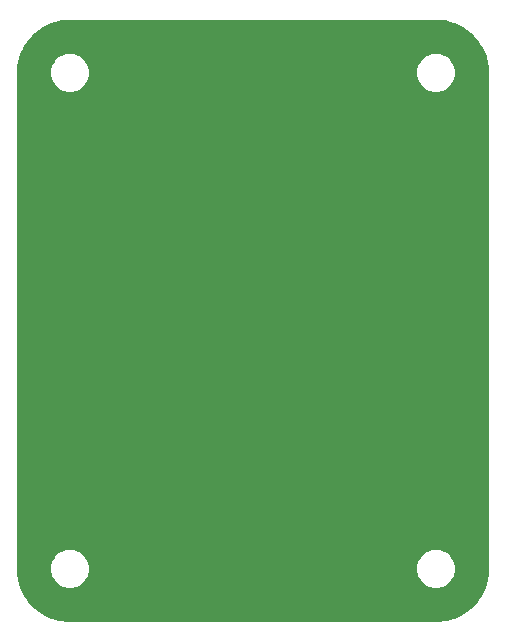
<source format=gbr>
G04 #@! TF.GenerationSoftware,KiCad,Pcbnew,(6.0.4)*
G04 #@! TF.CreationDate,2022-07-08T01:04:45-04:00*
G04 #@! TF.ProjectId,power_divider,706f7765-725f-4646-9976-696465722e6b,Version 2*
G04 #@! TF.SameCoordinates,Original*
G04 #@! TF.FileFunction,Copper,L3,Inr*
G04 #@! TF.FilePolarity,Positive*
%FSLAX46Y46*%
G04 Gerber Fmt 4.6, Leading zero omitted, Abs format (unit mm)*
G04 Created by KiCad (PCBNEW (6.0.4)) date 2022-07-08 01:04:45*
%MOMM*%
%LPD*%
G01*
G04 APERTURE LIST*
G04 #@! TA.AperFunction,ViaPad*
%ADD10C,0.800000*%
G04 #@! TD*
G04 APERTURE END LIST*
D10*
G04 #@! TO.N,GND*
X135992859Y-65997532D03*
X128990392Y-70999294D03*
X128988982Y-87988982D03*
X149985698Y-83991097D03*
X149999999Y-91993829D03*
X145994601Y-81995548D03*
X132715000Y-79121000D03*
X147999294Y-91993829D03*
X120991318Y-81986866D03*
X137994359Y-75993124D03*
X137993564Y-63996827D03*
X145994601Y-77981247D03*
X129990744Y-63996827D03*
X149998589Y-73999294D03*
X149997795Y-63996827D03*
X130991097Y-70999294D03*
X116984751Y-81986866D03*
X141984661Y-64007140D03*
X126999999Y-72999999D03*
X129000000Y-86000000D03*
X133985588Y-87988982D03*
X131991449Y-65997532D03*
X129990744Y-67998237D03*
X120991318Y-79991318D03*
X137993564Y-65997532D03*
X137994359Y-73999294D03*
X133992154Y-65997532D03*
X145997179Y-71998589D03*
X140000000Y-70000000D03*
X153993124Y-73999294D03*
X126999999Y-68998589D03*
X130999999Y-87988982D03*
X143995679Y-61996122D03*
X150000000Y-90000000D03*
X154000000Y-80000000D03*
X135993654Y-73999294D03*
X126993433Y-81986866D03*
X144000000Y-70000000D03*
X147990150Y-79999999D03*
X149998589Y-71998589D03*
X143999053Y-77981247D03*
X137995769Y-89993124D03*
X118995769Y-85993433D03*
X124997884Y-83997884D03*
X153976795Y-77981247D03*
X133994359Y-89993124D03*
X153999205Y-61996122D03*
X141980300Y-81995548D03*
X133994359Y-91993829D03*
X151981247Y-79999999D03*
X139996474Y-91993829D03*
X151993829Y-91993829D03*
X146000000Y-70000000D03*
X135993654Y-79999999D03*
X143999053Y-83991097D03*
X142009520Y-73999294D03*
X153993124Y-75993124D03*
X143996474Y-75993124D03*
X124999294Y-70999294D03*
X149998589Y-75993124D03*
X124997884Y-79991318D03*
X128990392Y-68998589D03*
X118997179Y-70999294D03*
X141980300Y-83991097D03*
X149985698Y-81995548D03*
X116984751Y-85993433D03*
X149985698Y-77981247D03*
X118995769Y-83997884D03*
X132715000Y-75819000D03*
X136000000Y-78000000D03*
X145994601Y-83991097D03*
X143999053Y-81995548D03*
X139984751Y-81995548D03*
X147990150Y-77981247D03*
X122986866Y-81986866D03*
X128988982Y-83997884D03*
X120991318Y-83997884D03*
X130999999Y-83997884D03*
X147997884Y-71998589D03*
X122986866Y-85993433D03*
X143995679Y-63996827D03*
X116984751Y-83997884D03*
X139984751Y-77981247D03*
X149997795Y-61996122D03*
X126993433Y-79991318D03*
X131991449Y-63996827D03*
X139984751Y-83991097D03*
X120997884Y-70999294D03*
X145996384Y-61996122D03*
X120997884Y-68998589D03*
X131064000Y-77470000D03*
X137995769Y-91993829D03*
X143996474Y-73999294D03*
X147997884Y-75993124D03*
X139995064Y-73999294D03*
X142000000Y-70000000D03*
X141995769Y-75993124D03*
X136000000Y-76000000D03*
X136986645Y-87988982D03*
X137989203Y-79999999D03*
X141980300Y-79999999D03*
X151981247Y-77981247D03*
X145997179Y-75993124D03*
X135995064Y-91993829D03*
X118997179Y-68998589D03*
X145997179Y-73999294D03*
X118995769Y-81986866D03*
X130996739Y-91993829D03*
X151999294Y-73999294D03*
X141995769Y-71998589D03*
X139984751Y-79999999D03*
X122998589Y-68998589D03*
X122986866Y-83997884D03*
X153994534Y-91993829D03*
X139995064Y-71998589D03*
X147990150Y-81995548D03*
X139994269Y-63996827D03*
X139996474Y-89993124D03*
X139995064Y-75993124D03*
X143999053Y-79999999D03*
X147997884Y-73999294D03*
X129002909Y-89986249D03*
X124997884Y-85993433D03*
X145994601Y-79999999D03*
X122998589Y-70999294D03*
X124999294Y-72999999D03*
X126999999Y-70999294D03*
X135000000Y-82000000D03*
X124997884Y-81986866D03*
X126993433Y-85993433D03*
X137989203Y-83991097D03*
X135992859Y-63996827D03*
X141997179Y-91993829D03*
X130996739Y-89993124D03*
X133992154Y-63996827D03*
X138000000Y-78000000D03*
X120991318Y-85993433D03*
X135995064Y-89993124D03*
X129990744Y-65997532D03*
X141980300Y-77981247D03*
X143996474Y-71998589D03*
X149998589Y-69997884D03*
X116996474Y-70999294D03*
X124999294Y-68998589D03*
X151999294Y-75993124D03*
X116996474Y-68998589D03*
X149985698Y-79999999D03*
X143997884Y-91993829D03*
X143997884Y-89993124D03*
X151998500Y-61996122D03*
X147997090Y-61996122D03*
X126993433Y-83997884D03*
X145998589Y-91993829D03*
G04 #@! TD*
G04 #@! TA.AperFunction,Conductor*
G04 #@! TO.N,GND*
G36*
X151002747Y-52500620D02*
G01*
X151194211Y-52508980D01*
X151194424Y-52508989D01*
X151392780Y-52518159D01*
X151403406Y-52519103D01*
X151600936Y-52545108D01*
X151601846Y-52545231D01*
X151793539Y-52571971D01*
X151803396Y-52573749D01*
X151998804Y-52617070D01*
X152000380Y-52617430D01*
X152066709Y-52633030D01*
X152187815Y-52661514D01*
X152196827Y-52663991D01*
X152388135Y-52724310D01*
X152390243Y-52724996D01*
X152451557Y-52745546D01*
X152572400Y-52786049D01*
X152580576Y-52789108D01*
X152766106Y-52865957D01*
X152768782Y-52867102D01*
X152944261Y-52944583D01*
X152951547Y-52948084D01*
X153129766Y-53040859D01*
X153132874Y-53042532D01*
X153300403Y-53135845D01*
X153306746Y-53139629D01*
X153476259Y-53247620D01*
X153479766Y-53249937D01*
X153637873Y-53358242D01*
X153637874Y-53358243D01*
X153643371Y-53362231D01*
X153802833Y-53484591D01*
X153806624Y-53487617D01*
X153954046Y-53610035D01*
X153958675Y-53614074D01*
X154106871Y-53749870D01*
X154110842Y-53753672D01*
X154246328Y-53889158D01*
X154250130Y-53893129D01*
X154385926Y-54041325D01*
X154389965Y-54045954D01*
X154512383Y-54193376D01*
X154515409Y-54197167D01*
X154637769Y-54356629D01*
X154641757Y-54362126D01*
X154750063Y-54520234D01*
X154752380Y-54523741D01*
X154860365Y-54693243D01*
X154864155Y-54699597D01*
X154957468Y-54867126D01*
X154959141Y-54870234D01*
X155051916Y-55048453D01*
X155055417Y-55055739D01*
X155132898Y-55231218D01*
X155134043Y-55233894D01*
X155210892Y-55419424D01*
X155213951Y-55427600D01*
X155274975Y-55609668D01*
X155274997Y-55609735D01*
X155275690Y-55611865D01*
X155336008Y-55803171D01*
X155338486Y-55812185D01*
X155350666Y-55863972D01*
X155382570Y-55999620D01*
X155382930Y-56001196D01*
X155426251Y-56196604D01*
X155428030Y-56206467D01*
X155454762Y-56398102D01*
X155454892Y-56399064D01*
X155480897Y-56596594D01*
X155481841Y-56607221D01*
X155491009Y-56805522D01*
X155491023Y-56805845D01*
X155499380Y-56997253D01*
X155499500Y-57002749D01*
X155499498Y-98997297D01*
X155499378Y-99002793D01*
X155491023Y-99194155D01*
X155491009Y-99194478D01*
X155481841Y-99392779D01*
X155480897Y-99403406D01*
X155454892Y-99600936D01*
X155454762Y-99601898D01*
X155428030Y-99793533D01*
X155426251Y-99803397D01*
X155382917Y-99998861D01*
X155382557Y-100000436D01*
X155338493Y-100187787D01*
X155336009Y-100196827D01*
X155275677Y-100388177D01*
X155275676Y-100388179D01*
X155274987Y-100390298D01*
X155213958Y-100572385D01*
X155210902Y-100580554D01*
X155205975Y-100592449D01*
X155134030Y-100766139D01*
X155132892Y-100768799D01*
X155055414Y-100944268D01*
X155051928Y-100951524D01*
X155003993Y-101043607D01*
X154959142Y-101129764D01*
X154957456Y-101132895D01*
X154864176Y-101300366D01*
X154860368Y-101306751D01*
X154752339Y-101476324D01*
X154750048Y-101479789D01*
X154641758Y-101637872D01*
X154637801Y-101643328D01*
X154515363Y-101802893D01*
X154512392Y-101806615D01*
X154389982Y-101954028D01*
X154389980Y-101954030D01*
X154385941Y-101958659D01*
X154250108Y-102106895D01*
X154246306Y-102110866D01*
X154110866Y-102246306D01*
X154106895Y-102250108D01*
X153958659Y-102385941D01*
X153954033Y-102389977D01*
X153806615Y-102512392D01*
X153802893Y-102515363D01*
X153643328Y-102637801D01*
X153637872Y-102641758D01*
X153479789Y-102750048D01*
X153476324Y-102752339D01*
X153324495Y-102849064D01*
X153306753Y-102860367D01*
X153300366Y-102864176D01*
X153132895Y-102957456D01*
X153129764Y-102959142D01*
X153043607Y-103003993D01*
X152951524Y-103051928D01*
X152944268Y-103055414D01*
X152768815Y-103132885D01*
X152766155Y-103134023D01*
X152580554Y-103210902D01*
X152572390Y-103213956D01*
X152390298Y-103274987D01*
X152388215Y-103275664D01*
X152288246Y-103307185D01*
X152196829Y-103336008D01*
X152187787Y-103338493D01*
X152000436Y-103382557D01*
X151998861Y-103382917D01*
X151836251Y-103418967D01*
X151803394Y-103426252D01*
X151793539Y-103428029D01*
X151601846Y-103454769D01*
X151600936Y-103454892D01*
X151403406Y-103480897D01*
X151392780Y-103481841D01*
X151194424Y-103491011D01*
X151194211Y-103491020D01*
X151002793Y-103499378D01*
X151002747Y-103499380D01*
X150997251Y-103499500D01*
X120002751Y-103499498D01*
X119997255Y-103499378D01*
X119805791Y-103491018D01*
X119805578Y-103491009D01*
X119607222Y-103481839D01*
X119596596Y-103480895D01*
X119399066Y-103454890D01*
X119398156Y-103454767D01*
X119206463Y-103428027D01*
X119196608Y-103426250D01*
X119163751Y-103418965D01*
X119001141Y-103382915D01*
X118999566Y-103382555D01*
X118812215Y-103338491D01*
X118803173Y-103336006D01*
X118711756Y-103307183D01*
X118611787Y-103275662D01*
X118609704Y-103274985D01*
X118427612Y-103213954D01*
X118419446Y-103210899D01*
X118233847Y-103134021D01*
X118231187Y-103132883D01*
X118055734Y-103055412D01*
X118048478Y-103051926D01*
X117956395Y-103003991D01*
X117870238Y-102959140D01*
X117867107Y-102957454D01*
X117699636Y-102864174D01*
X117693249Y-102860365D01*
X117675507Y-102849062D01*
X117523678Y-102752337D01*
X117520213Y-102750046D01*
X117362130Y-102641756D01*
X117356674Y-102637799D01*
X117197109Y-102515361D01*
X117193372Y-102512377D01*
X117045969Y-102389975D01*
X117041343Y-102385939D01*
X116893107Y-102250106D01*
X116889136Y-102246304D01*
X116753696Y-102110864D01*
X116749894Y-102106893D01*
X116614061Y-101958657D01*
X116610022Y-101954028D01*
X116487627Y-101806633D01*
X116487610Y-101806613D01*
X116484639Y-101802891D01*
X116362201Y-101643326D01*
X116358244Y-101637870D01*
X116249954Y-101479787D01*
X116247663Y-101476322D01*
X116139635Y-101306751D01*
X116135826Y-101300364D01*
X116042546Y-101132893D01*
X116040860Y-101129762D01*
X115996009Y-101043605D01*
X115948074Y-100951522D01*
X115944581Y-100944252D01*
X115867110Y-100768797D01*
X115865972Y-100766137D01*
X115789100Y-100580552D01*
X115786044Y-100572383D01*
X115772214Y-100531120D01*
X115725015Y-100390296D01*
X115724326Y-100388177D01*
X115663994Y-100196827D01*
X115661509Y-100187785D01*
X115617445Y-100000434D01*
X115617085Y-99998859D01*
X115581035Y-99836249D01*
X115573750Y-99803392D01*
X115571973Y-99793537D01*
X115545233Y-99601844D01*
X115545110Y-99600934D01*
X115519105Y-99403404D01*
X115518161Y-99392777D01*
X115508993Y-99194476D01*
X115508979Y-99194153D01*
X115500622Y-99002745D01*
X115500562Y-99000000D01*
X118388094Y-99000000D01*
X118407939Y-99252158D01*
X118409093Y-99256965D01*
X118409094Y-99256971D01*
X118441699Y-99392777D01*
X118466986Y-99498106D01*
X118468879Y-99502677D01*
X118468880Y-99502679D01*
X118509956Y-99601844D01*
X118563781Y-99731790D01*
X118695941Y-99947455D01*
X118860210Y-100139790D01*
X119052545Y-100304059D01*
X119268210Y-100436219D01*
X119272780Y-100438112D01*
X119272784Y-100438114D01*
X119488188Y-100527337D01*
X119501894Y-100533014D01*
X119587655Y-100553604D01*
X119743029Y-100590906D01*
X119743035Y-100590907D01*
X119747842Y-100592061D01*
X120000000Y-100611906D01*
X120252158Y-100592061D01*
X120256965Y-100590907D01*
X120256971Y-100590906D01*
X120412345Y-100553604D01*
X120498106Y-100533014D01*
X120511812Y-100527337D01*
X120727216Y-100438114D01*
X120727220Y-100438112D01*
X120731790Y-100436219D01*
X120947455Y-100304059D01*
X121139790Y-100139790D01*
X121304059Y-99947455D01*
X121436219Y-99731790D01*
X121490045Y-99601844D01*
X121531120Y-99502679D01*
X121531121Y-99502677D01*
X121533014Y-99498106D01*
X121558301Y-99392777D01*
X121590906Y-99256971D01*
X121590907Y-99256965D01*
X121592061Y-99252158D01*
X121611906Y-99000000D01*
X149388094Y-99000000D01*
X149407939Y-99252158D01*
X149409093Y-99256965D01*
X149409094Y-99256971D01*
X149441699Y-99392777D01*
X149466986Y-99498106D01*
X149468879Y-99502677D01*
X149468880Y-99502679D01*
X149509956Y-99601844D01*
X149563781Y-99731790D01*
X149695941Y-99947455D01*
X149860210Y-100139790D01*
X150052545Y-100304059D01*
X150268210Y-100436219D01*
X150272780Y-100438112D01*
X150272784Y-100438114D01*
X150488188Y-100527337D01*
X150501894Y-100533014D01*
X150587655Y-100553604D01*
X150743029Y-100590906D01*
X150743035Y-100590907D01*
X150747842Y-100592061D01*
X151000000Y-100611906D01*
X151252158Y-100592061D01*
X151256965Y-100590907D01*
X151256971Y-100590906D01*
X151412345Y-100553604D01*
X151498106Y-100533014D01*
X151511812Y-100527337D01*
X151727216Y-100438114D01*
X151727220Y-100438112D01*
X151731790Y-100436219D01*
X151947455Y-100304059D01*
X152139790Y-100139790D01*
X152304059Y-99947455D01*
X152436219Y-99731790D01*
X152490045Y-99601844D01*
X152531120Y-99502679D01*
X152531121Y-99502677D01*
X152533014Y-99498106D01*
X152558301Y-99392777D01*
X152590906Y-99256971D01*
X152590907Y-99256965D01*
X152592061Y-99252158D01*
X152611906Y-99000000D01*
X152592061Y-98747842D01*
X152590907Y-98743035D01*
X152590906Y-98743029D01*
X152534169Y-98506706D01*
X152533014Y-98501894D01*
X152436219Y-98268210D01*
X152304059Y-98052545D01*
X152139790Y-97860210D01*
X151947455Y-97695941D01*
X151731790Y-97563781D01*
X151727220Y-97561888D01*
X151727216Y-97561886D01*
X151502679Y-97468880D01*
X151502677Y-97468879D01*
X151498106Y-97466986D01*
X151412345Y-97446396D01*
X151256971Y-97409094D01*
X151256965Y-97409093D01*
X151252158Y-97407939D01*
X151000000Y-97388094D01*
X150747842Y-97407939D01*
X150743035Y-97409093D01*
X150743029Y-97409094D01*
X150587655Y-97446396D01*
X150501894Y-97466986D01*
X150497323Y-97468879D01*
X150497321Y-97468880D01*
X150272784Y-97561886D01*
X150272780Y-97561888D01*
X150268210Y-97563781D01*
X150052545Y-97695941D01*
X149860210Y-97860210D01*
X149695941Y-98052545D01*
X149563781Y-98268210D01*
X149466986Y-98501894D01*
X149465831Y-98506706D01*
X149409094Y-98743029D01*
X149409093Y-98743035D01*
X149407939Y-98747842D01*
X149388094Y-99000000D01*
X121611906Y-99000000D01*
X121592061Y-98747842D01*
X121590907Y-98743035D01*
X121590906Y-98743029D01*
X121534169Y-98506706D01*
X121533014Y-98501894D01*
X121436219Y-98268210D01*
X121304059Y-98052545D01*
X121139790Y-97860210D01*
X120947455Y-97695941D01*
X120731790Y-97563781D01*
X120727220Y-97561888D01*
X120727216Y-97561886D01*
X120502679Y-97468880D01*
X120502677Y-97468879D01*
X120498106Y-97466986D01*
X120412345Y-97446396D01*
X120256971Y-97409094D01*
X120256965Y-97409093D01*
X120252158Y-97407939D01*
X120000000Y-97388094D01*
X119747842Y-97407939D01*
X119743035Y-97409093D01*
X119743029Y-97409094D01*
X119587655Y-97446396D01*
X119501894Y-97466986D01*
X119497323Y-97468879D01*
X119497321Y-97468880D01*
X119272784Y-97561886D01*
X119272780Y-97561888D01*
X119268210Y-97563781D01*
X119052545Y-97695941D01*
X118860210Y-97860210D01*
X118695941Y-98052545D01*
X118563781Y-98268210D01*
X118466986Y-98501894D01*
X118465831Y-98506706D01*
X118409094Y-98743029D01*
X118409093Y-98743035D01*
X118407939Y-98747842D01*
X118388094Y-99000000D01*
X115500562Y-99000000D01*
X115500502Y-98997249D01*
X115500500Y-57002749D01*
X115500560Y-57000000D01*
X118388094Y-57000000D01*
X118407939Y-57252158D01*
X118409093Y-57256965D01*
X118409094Y-57256971D01*
X118446396Y-57412345D01*
X118466986Y-57498106D01*
X118563781Y-57731790D01*
X118695941Y-57947455D01*
X118860210Y-58139790D01*
X119052545Y-58304059D01*
X119268210Y-58436219D01*
X119272780Y-58438112D01*
X119272784Y-58438114D01*
X119488188Y-58527337D01*
X119501894Y-58533014D01*
X119587655Y-58553604D01*
X119743029Y-58590906D01*
X119743035Y-58590907D01*
X119747842Y-58592061D01*
X120000000Y-58611906D01*
X120252158Y-58592061D01*
X120256965Y-58590907D01*
X120256971Y-58590906D01*
X120412345Y-58553604D01*
X120498106Y-58533014D01*
X120511812Y-58527337D01*
X120727216Y-58438114D01*
X120727220Y-58438112D01*
X120731790Y-58436219D01*
X120947455Y-58304059D01*
X121139790Y-58139790D01*
X121304059Y-57947455D01*
X121436219Y-57731790D01*
X121533014Y-57498106D01*
X121553604Y-57412345D01*
X121590906Y-57256971D01*
X121590907Y-57256965D01*
X121592061Y-57252158D01*
X121611906Y-57000000D01*
X149388094Y-57000000D01*
X149407939Y-57252158D01*
X149409093Y-57256965D01*
X149409094Y-57256971D01*
X149446396Y-57412345D01*
X149466986Y-57498106D01*
X149563781Y-57731790D01*
X149695941Y-57947455D01*
X149860210Y-58139790D01*
X150052545Y-58304059D01*
X150268210Y-58436219D01*
X150272780Y-58438112D01*
X150272784Y-58438114D01*
X150488188Y-58527337D01*
X150501894Y-58533014D01*
X150587655Y-58553604D01*
X150743029Y-58590906D01*
X150743035Y-58590907D01*
X150747842Y-58592061D01*
X151000000Y-58611906D01*
X151252158Y-58592061D01*
X151256965Y-58590907D01*
X151256971Y-58590906D01*
X151412345Y-58553604D01*
X151498106Y-58533014D01*
X151511812Y-58527337D01*
X151727216Y-58438114D01*
X151727220Y-58438112D01*
X151731790Y-58436219D01*
X151947455Y-58304059D01*
X152139790Y-58139790D01*
X152304059Y-57947455D01*
X152436219Y-57731790D01*
X152533014Y-57498106D01*
X152553604Y-57412345D01*
X152590906Y-57256971D01*
X152590907Y-57256965D01*
X152592061Y-57252158D01*
X152611906Y-57000000D01*
X152592061Y-56747842D01*
X152590907Y-56743035D01*
X152590906Y-56743029D01*
X152534169Y-56506706D01*
X152533014Y-56501894D01*
X152531120Y-56497321D01*
X152438114Y-56272784D01*
X152438112Y-56272780D01*
X152436219Y-56268210D01*
X152304059Y-56052545D01*
X152139790Y-55860210D01*
X151947455Y-55695941D01*
X151731790Y-55563781D01*
X151727220Y-55561888D01*
X151727216Y-55561886D01*
X151502679Y-55468880D01*
X151502677Y-55468879D01*
X151498106Y-55466986D01*
X151412345Y-55446396D01*
X151256971Y-55409094D01*
X151256965Y-55409093D01*
X151252158Y-55407939D01*
X151000000Y-55388094D01*
X150747842Y-55407939D01*
X150743035Y-55409093D01*
X150743029Y-55409094D01*
X150587655Y-55446396D01*
X150501894Y-55466986D01*
X150497323Y-55468879D01*
X150497321Y-55468880D01*
X150272784Y-55561886D01*
X150272780Y-55561888D01*
X150268210Y-55563781D01*
X150052545Y-55695941D01*
X149860210Y-55860210D01*
X149695941Y-56052545D01*
X149563781Y-56268210D01*
X149561888Y-56272780D01*
X149561886Y-56272784D01*
X149468880Y-56497321D01*
X149466986Y-56501894D01*
X149465831Y-56506706D01*
X149409094Y-56743029D01*
X149409093Y-56743035D01*
X149407939Y-56747842D01*
X149388094Y-57000000D01*
X121611906Y-57000000D01*
X121592061Y-56747842D01*
X121590907Y-56743035D01*
X121590906Y-56743029D01*
X121534169Y-56506706D01*
X121533014Y-56501894D01*
X121531120Y-56497321D01*
X121438114Y-56272784D01*
X121438112Y-56272780D01*
X121436219Y-56268210D01*
X121304059Y-56052545D01*
X121139790Y-55860210D01*
X120947455Y-55695941D01*
X120731790Y-55563781D01*
X120727220Y-55561888D01*
X120727216Y-55561886D01*
X120502679Y-55468880D01*
X120502677Y-55468879D01*
X120498106Y-55466986D01*
X120412345Y-55446396D01*
X120256971Y-55409094D01*
X120256965Y-55409093D01*
X120252158Y-55407939D01*
X120000000Y-55388094D01*
X119747842Y-55407939D01*
X119743035Y-55409093D01*
X119743029Y-55409094D01*
X119587655Y-55446396D01*
X119501894Y-55466986D01*
X119497323Y-55468879D01*
X119497321Y-55468880D01*
X119272784Y-55561886D01*
X119272780Y-55561888D01*
X119268210Y-55563781D01*
X119052545Y-55695941D01*
X118860210Y-55860210D01*
X118695941Y-56052545D01*
X118563781Y-56268210D01*
X118561888Y-56272780D01*
X118561886Y-56272784D01*
X118468880Y-56497321D01*
X118466986Y-56501894D01*
X118465831Y-56506706D01*
X118409094Y-56743029D01*
X118409093Y-56743035D01*
X118407939Y-56747842D01*
X118388094Y-57000000D01*
X115500560Y-57000000D01*
X115500620Y-56997253D01*
X115508977Y-56805845D01*
X115508991Y-56805522D01*
X115518159Y-56607221D01*
X115519103Y-56596594D01*
X115545108Y-56399064D01*
X115545238Y-56398102D01*
X115571970Y-56206467D01*
X115573749Y-56196603D01*
X115617083Y-56001139D01*
X115617443Y-55999564D01*
X115661507Y-55812213D01*
X115663992Y-55803171D01*
X115724324Y-55611821D01*
X115725024Y-55609668D01*
X115772212Y-55468880D01*
X115786044Y-55427610D01*
X115789101Y-55419439D01*
X115791423Y-55413835D01*
X115865977Y-55233845D01*
X115867115Y-55231185D01*
X115944586Y-55055732D01*
X115948072Y-55048476D01*
X115996007Y-54956393D01*
X116040858Y-54870236D01*
X116042544Y-54867105D01*
X116135824Y-54699634D01*
X116139633Y-54693247D01*
X116150936Y-54675505D01*
X116247661Y-54523676D01*
X116249952Y-54520211D01*
X116358242Y-54362128D01*
X116362199Y-54356672D01*
X116484637Y-54197107D01*
X116487616Y-54193376D01*
X116610023Y-54045967D01*
X116614059Y-54041341D01*
X116749892Y-53893105D01*
X116753694Y-53889134D01*
X116889134Y-53753694D01*
X116893105Y-53749892D01*
X117041341Y-53614059D01*
X117045970Y-53610020D01*
X117193385Y-53487608D01*
X117197107Y-53484637D01*
X117356672Y-53362199D01*
X117362128Y-53358242D01*
X117520211Y-53249952D01*
X117523676Y-53247661D01*
X117693247Y-53139633D01*
X117699634Y-53135824D01*
X117867105Y-53042544D01*
X117870236Y-53040858D01*
X117956393Y-52996007D01*
X118048476Y-52948072D01*
X118055738Y-52944583D01*
X118231215Y-52867102D01*
X118233845Y-52865977D01*
X118419446Y-52789098D01*
X118427610Y-52786044D01*
X118609702Y-52725013D01*
X118611785Y-52724336D01*
X118711754Y-52692815D01*
X118803171Y-52663992D01*
X118812213Y-52661507D01*
X118999564Y-52617443D01*
X119001139Y-52617083D01*
X119163749Y-52581033D01*
X119196606Y-52573748D01*
X119206461Y-52571971D01*
X119398154Y-52545231D01*
X119399064Y-52545108D01*
X119596594Y-52519103D01*
X119607220Y-52518159D01*
X119805576Y-52508989D01*
X119805789Y-52508980D01*
X119997253Y-52500620D01*
X120002749Y-52500500D01*
X150997251Y-52500500D01*
X151002747Y-52500620D01*
G37*
G04 #@! TD.AperFunction*
G04 #@! TD*
M02*

</source>
